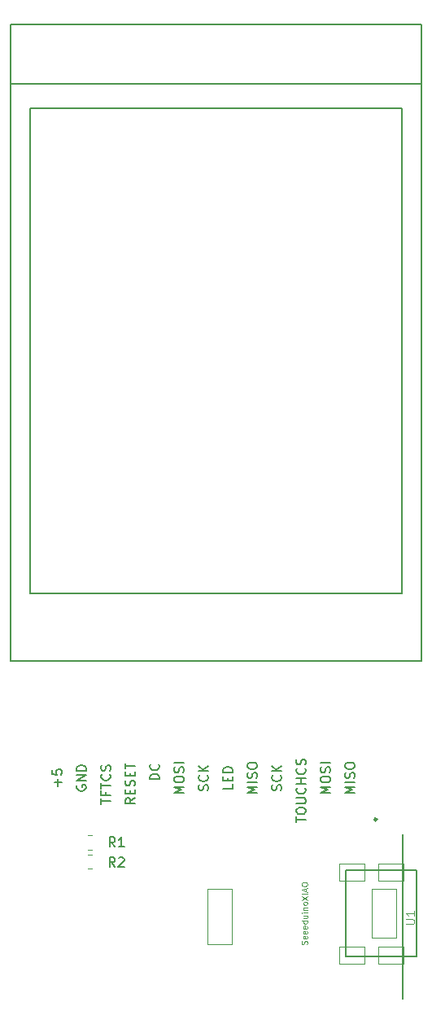
<source format=gbr>
%TF.GenerationSoftware,KiCad,Pcbnew,6.0.2+dfsg-1*%
%TF.CreationDate,2023-03-31T19:08:15-07:00*%
%TF.ProjectId,touchscreen_tester,746f7563-6873-4637-9265-656e5f746573,rev?*%
%TF.SameCoordinates,Original*%
%TF.FileFunction,Legend,Top*%
%TF.FilePolarity,Positive*%
%FSLAX46Y46*%
G04 Gerber Fmt 4.6, Leading zero omitted, Abs format (unit mm)*
G04 Created by KiCad (PCBNEW 6.0.2+dfsg-1) date 2023-03-31 19:08:15*
%MOMM*%
%LPD*%
G01*
G04 APERTURE LIST*
%ADD10C,0.150000*%
%ADD11C,0.101600*%
%ADD12C,0.076200*%
%ADD13C,0.254000*%
%ADD14C,0.066040*%
%ADD15C,0.127000*%
%ADD16C,0.120000*%
G04 APERTURE END LIST*
D10*
X154376380Y-77771428D02*
X153376380Y-77771428D01*
X154090666Y-77438095D01*
X153376380Y-77104761D01*
X154376380Y-77104761D01*
X154376380Y-76628571D02*
X153376380Y-76628571D01*
X154328761Y-76200000D02*
X154376380Y-76057142D01*
X154376380Y-75819047D01*
X154328761Y-75723809D01*
X154281142Y-75676190D01*
X154185904Y-75628571D01*
X154090666Y-75628571D01*
X153995428Y-75676190D01*
X153947809Y-75723809D01*
X153900190Y-75819047D01*
X153852571Y-76009523D01*
X153804952Y-76104761D01*
X153757333Y-76152380D01*
X153662095Y-76200000D01*
X153566857Y-76200000D01*
X153471619Y-76152380D01*
X153424000Y-76104761D01*
X153376380Y-76009523D01*
X153376380Y-75771428D01*
X153424000Y-75628571D01*
X153376380Y-75009523D02*
X153376380Y-74819047D01*
X153424000Y-74723809D01*
X153519238Y-74628571D01*
X153709714Y-74580952D01*
X154043047Y-74580952D01*
X154233523Y-74628571D01*
X154328761Y-74723809D01*
X154376380Y-74819047D01*
X154376380Y-75009523D01*
X154328761Y-75104761D01*
X154233523Y-75200000D01*
X154043047Y-75247619D01*
X153709714Y-75247619D01*
X153519238Y-75200000D01*
X153424000Y-75104761D01*
X153376380Y-75009523D01*
X148296380Y-80803333D02*
X148296380Y-80231904D01*
X149296380Y-80517619D02*
X148296380Y-80517619D01*
X148296380Y-79708095D02*
X148296380Y-79517619D01*
X148344000Y-79422380D01*
X148439238Y-79327142D01*
X148629714Y-79279523D01*
X148963047Y-79279523D01*
X149153523Y-79327142D01*
X149248761Y-79422380D01*
X149296380Y-79517619D01*
X149296380Y-79708095D01*
X149248761Y-79803333D01*
X149153523Y-79898571D01*
X148963047Y-79946190D01*
X148629714Y-79946190D01*
X148439238Y-79898571D01*
X148344000Y-79803333D01*
X148296380Y-79708095D01*
X148296380Y-78850952D02*
X149105904Y-78850952D01*
X149201142Y-78803333D01*
X149248761Y-78755714D01*
X149296380Y-78660476D01*
X149296380Y-78470000D01*
X149248761Y-78374761D01*
X149201142Y-78327142D01*
X149105904Y-78279523D01*
X148296380Y-78279523D01*
X149201142Y-77231904D02*
X149248761Y-77279523D01*
X149296380Y-77422380D01*
X149296380Y-77517619D01*
X149248761Y-77660476D01*
X149153523Y-77755714D01*
X149058285Y-77803333D01*
X148867809Y-77850952D01*
X148724952Y-77850952D01*
X148534476Y-77803333D01*
X148439238Y-77755714D01*
X148344000Y-77660476D01*
X148296380Y-77517619D01*
X148296380Y-77422380D01*
X148344000Y-77279523D01*
X148391619Y-77231904D01*
X149296380Y-76803333D02*
X148296380Y-76803333D01*
X148772571Y-76803333D02*
X148772571Y-76231904D01*
X149296380Y-76231904D02*
X148296380Y-76231904D01*
X149201142Y-75184285D02*
X149248761Y-75231904D01*
X149296380Y-75374761D01*
X149296380Y-75470000D01*
X149248761Y-75612857D01*
X149153523Y-75708095D01*
X149058285Y-75755714D01*
X148867809Y-75803333D01*
X148724952Y-75803333D01*
X148534476Y-75755714D01*
X148439238Y-75708095D01*
X148344000Y-75612857D01*
X148296380Y-75470000D01*
X148296380Y-75374761D01*
X148344000Y-75231904D01*
X148391619Y-75184285D01*
X149248761Y-74803333D02*
X149296380Y-74660476D01*
X149296380Y-74422380D01*
X149248761Y-74327142D01*
X149201142Y-74279523D01*
X149105904Y-74231904D01*
X149010666Y-74231904D01*
X148915428Y-74279523D01*
X148867809Y-74327142D01*
X148820190Y-74422380D01*
X148772571Y-74612857D01*
X148724952Y-74708095D01*
X148677333Y-74755714D01*
X148582095Y-74803333D01*
X148486857Y-74803333D01*
X148391619Y-74755714D01*
X148344000Y-74708095D01*
X148296380Y-74612857D01*
X148296380Y-74374761D01*
X148344000Y-74231904D01*
X146708761Y-77485714D02*
X146756380Y-77342857D01*
X146756380Y-77104761D01*
X146708761Y-77009523D01*
X146661142Y-76961904D01*
X146565904Y-76914285D01*
X146470666Y-76914285D01*
X146375428Y-76961904D01*
X146327809Y-77009523D01*
X146280190Y-77104761D01*
X146232571Y-77295238D01*
X146184952Y-77390476D01*
X146137333Y-77438095D01*
X146042095Y-77485714D01*
X145946857Y-77485714D01*
X145851619Y-77438095D01*
X145804000Y-77390476D01*
X145756380Y-77295238D01*
X145756380Y-77057142D01*
X145804000Y-76914285D01*
X146661142Y-75914285D02*
X146708761Y-75961904D01*
X146756380Y-76104761D01*
X146756380Y-76200000D01*
X146708761Y-76342857D01*
X146613523Y-76438095D01*
X146518285Y-76485714D01*
X146327809Y-76533333D01*
X146184952Y-76533333D01*
X145994476Y-76485714D01*
X145899238Y-76438095D01*
X145804000Y-76342857D01*
X145756380Y-76200000D01*
X145756380Y-76104761D01*
X145804000Y-75961904D01*
X145851619Y-75914285D01*
X146756380Y-75485714D02*
X145756380Y-75485714D01*
X146756380Y-74914285D02*
X146184952Y-75342857D01*
X145756380Y-74914285D02*
X146327809Y-75485714D01*
X144216380Y-77771428D02*
X143216380Y-77771428D01*
X143930666Y-77438095D01*
X143216380Y-77104761D01*
X144216380Y-77104761D01*
X144216380Y-76628571D02*
X143216380Y-76628571D01*
X144168761Y-76200000D02*
X144216380Y-76057142D01*
X144216380Y-75819047D01*
X144168761Y-75723809D01*
X144121142Y-75676190D01*
X144025904Y-75628571D01*
X143930666Y-75628571D01*
X143835428Y-75676190D01*
X143787809Y-75723809D01*
X143740190Y-75819047D01*
X143692571Y-76009523D01*
X143644952Y-76104761D01*
X143597333Y-76152380D01*
X143502095Y-76200000D01*
X143406857Y-76200000D01*
X143311619Y-76152380D01*
X143264000Y-76104761D01*
X143216380Y-76009523D01*
X143216380Y-75771428D01*
X143264000Y-75628571D01*
X143216380Y-75009523D02*
X143216380Y-74819047D01*
X143264000Y-74723809D01*
X143359238Y-74628571D01*
X143549714Y-74580952D01*
X143883047Y-74580952D01*
X144073523Y-74628571D01*
X144168761Y-74723809D01*
X144216380Y-74819047D01*
X144216380Y-75009523D01*
X144168761Y-75104761D01*
X144073523Y-75200000D01*
X143883047Y-75247619D01*
X143549714Y-75247619D01*
X143359238Y-75200000D01*
X143264000Y-75104761D01*
X143216380Y-75009523D01*
X141676380Y-76842857D02*
X141676380Y-77319047D01*
X140676380Y-77319047D01*
X141152571Y-76509523D02*
X141152571Y-76176190D01*
X141676380Y-76033333D02*
X141676380Y-76509523D01*
X140676380Y-76509523D01*
X140676380Y-76033333D01*
X141676380Y-75604761D02*
X140676380Y-75604761D01*
X140676380Y-75366666D01*
X140724000Y-75223809D01*
X140819238Y-75128571D01*
X140914476Y-75080952D01*
X141104952Y-75033333D01*
X141247809Y-75033333D01*
X141438285Y-75080952D01*
X141533523Y-75128571D01*
X141628761Y-75223809D01*
X141676380Y-75366666D01*
X141676380Y-75604761D01*
X139088761Y-77485714D02*
X139136380Y-77342857D01*
X139136380Y-77104761D01*
X139088761Y-77009523D01*
X139041142Y-76961904D01*
X138945904Y-76914285D01*
X138850666Y-76914285D01*
X138755428Y-76961904D01*
X138707809Y-77009523D01*
X138660190Y-77104761D01*
X138612571Y-77295238D01*
X138564952Y-77390476D01*
X138517333Y-77438095D01*
X138422095Y-77485714D01*
X138326857Y-77485714D01*
X138231619Y-77438095D01*
X138184000Y-77390476D01*
X138136380Y-77295238D01*
X138136380Y-77057142D01*
X138184000Y-76914285D01*
X139041142Y-75914285D02*
X139088761Y-75961904D01*
X139136380Y-76104761D01*
X139136380Y-76200000D01*
X139088761Y-76342857D01*
X138993523Y-76438095D01*
X138898285Y-76485714D01*
X138707809Y-76533333D01*
X138564952Y-76533333D01*
X138374476Y-76485714D01*
X138279238Y-76438095D01*
X138184000Y-76342857D01*
X138136380Y-76200000D01*
X138136380Y-76104761D01*
X138184000Y-75961904D01*
X138231619Y-75914285D01*
X139136380Y-75485714D02*
X138136380Y-75485714D01*
X139136380Y-74914285D02*
X138564952Y-75342857D01*
X138136380Y-74914285D02*
X138707809Y-75485714D01*
X151836380Y-77771428D02*
X150836380Y-77771428D01*
X151550666Y-77438095D01*
X150836380Y-77104761D01*
X151836380Y-77104761D01*
X150836380Y-76438095D02*
X150836380Y-76247619D01*
X150884000Y-76152380D01*
X150979238Y-76057142D01*
X151169714Y-76009523D01*
X151503047Y-76009523D01*
X151693523Y-76057142D01*
X151788761Y-76152380D01*
X151836380Y-76247619D01*
X151836380Y-76438095D01*
X151788761Y-76533333D01*
X151693523Y-76628571D01*
X151503047Y-76676190D01*
X151169714Y-76676190D01*
X150979238Y-76628571D01*
X150884000Y-76533333D01*
X150836380Y-76438095D01*
X151788761Y-75628571D02*
X151836380Y-75485714D01*
X151836380Y-75247619D01*
X151788761Y-75152380D01*
X151741142Y-75104761D01*
X151645904Y-75057142D01*
X151550666Y-75057142D01*
X151455428Y-75104761D01*
X151407809Y-75152380D01*
X151360190Y-75247619D01*
X151312571Y-75438095D01*
X151264952Y-75533333D01*
X151217333Y-75580952D01*
X151122095Y-75628571D01*
X151026857Y-75628571D01*
X150931619Y-75580952D01*
X150884000Y-75533333D01*
X150836380Y-75438095D01*
X150836380Y-75200000D01*
X150884000Y-75057142D01*
X151836380Y-74628571D02*
X150836380Y-74628571D01*
X136596380Y-77771428D02*
X135596380Y-77771428D01*
X136310666Y-77438095D01*
X135596380Y-77104761D01*
X136596380Y-77104761D01*
X135596380Y-76438095D02*
X135596380Y-76247619D01*
X135644000Y-76152380D01*
X135739238Y-76057142D01*
X135929714Y-76009523D01*
X136263047Y-76009523D01*
X136453523Y-76057142D01*
X136548761Y-76152380D01*
X136596380Y-76247619D01*
X136596380Y-76438095D01*
X136548761Y-76533333D01*
X136453523Y-76628571D01*
X136263047Y-76676190D01*
X135929714Y-76676190D01*
X135739238Y-76628571D01*
X135644000Y-76533333D01*
X135596380Y-76438095D01*
X136548761Y-75628571D02*
X136596380Y-75485714D01*
X136596380Y-75247619D01*
X136548761Y-75152380D01*
X136501142Y-75104761D01*
X136405904Y-75057142D01*
X136310666Y-75057142D01*
X136215428Y-75104761D01*
X136167809Y-75152380D01*
X136120190Y-75247619D01*
X136072571Y-75438095D01*
X136024952Y-75533333D01*
X135977333Y-75580952D01*
X135882095Y-75628571D01*
X135786857Y-75628571D01*
X135691619Y-75580952D01*
X135644000Y-75533333D01*
X135596380Y-75438095D01*
X135596380Y-75200000D01*
X135644000Y-75057142D01*
X136596380Y-74628571D02*
X135596380Y-74628571D01*
X123515428Y-77057142D02*
X123515428Y-76295238D01*
X123896380Y-76676190D02*
X123134476Y-76676190D01*
X122896380Y-75342857D02*
X122896380Y-75819047D01*
X123372571Y-75866666D01*
X123324952Y-75819047D01*
X123277333Y-75723809D01*
X123277333Y-75485714D01*
X123324952Y-75390476D01*
X123372571Y-75342857D01*
X123467809Y-75295238D01*
X123705904Y-75295238D01*
X123801142Y-75342857D01*
X123848761Y-75390476D01*
X123896380Y-75485714D01*
X123896380Y-75723809D01*
X123848761Y-75819047D01*
X123801142Y-75866666D01*
X134056380Y-76326904D02*
X133056380Y-76326904D01*
X133056380Y-76088809D01*
X133104000Y-75945952D01*
X133199238Y-75850714D01*
X133294476Y-75803095D01*
X133484952Y-75755476D01*
X133627809Y-75755476D01*
X133818285Y-75803095D01*
X133913523Y-75850714D01*
X134008761Y-75945952D01*
X134056380Y-76088809D01*
X134056380Y-76326904D01*
X133961142Y-74755476D02*
X134008761Y-74803095D01*
X134056380Y-74945952D01*
X134056380Y-75041190D01*
X134008761Y-75184047D01*
X133913523Y-75279285D01*
X133818285Y-75326904D01*
X133627809Y-75374523D01*
X133484952Y-75374523D01*
X133294476Y-75326904D01*
X133199238Y-75279285D01*
X133104000Y-75184047D01*
X133056380Y-75041190D01*
X133056380Y-74945952D01*
X133104000Y-74803095D01*
X133151619Y-74755476D01*
X131516380Y-78287380D02*
X131040190Y-78620714D01*
X131516380Y-78858809D02*
X130516380Y-78858809D01*
X130516380Y-78477857D01*
X130564000Y-78382619D01*
X130611619Y-78335000D01*
X130706857Y-78287380D01*
X130849714Y-78287380D01*
X130944952Y-78335000D01*
X130992571Y-78382619D01*
X131040190Y-78477857D01*
X131040190Y-78858809D01*
X130992571Y-77858809D02*
X130992571Y-77525476D01*
X131516380Y-77382619D02*
X131516380Y-77858809D01*
X130516380Y-77858809D01*
X130516380Y-77382619D01*
X131468761Y-77001666D02*
X131516380Y-76858809D01*
X131516380Y-76620714D01*
X131468761Y-76525476D01*
X131421142Y-76477857D01*
X131325904Y-76430238D01*
X131230666Y-76430238D01*
X131135428Y-76477857D01*
X131087809Y-76525476D01*
X131040190Y-76620714D01*
X130992571Y-76811190D01*
X130944952Y-76906428D01*
X130897333Y-76954047D01*
X130802095Y-77001666D01*
X130706857Y-77001666D01*
X130611619Y-76954047D01*
X130564000Y-76906428D01*
X130516380Y-76811190D01*
X130516380Y-76573095D01*
X130564000Y-76430238D01*
X130992571Y-76001666D02*
X130992571Y-75668333D01*
X131516380Y-75525476D02*
X131516380Y-76001666D01*
X130516380Y-76001666D01*
X130516380Y-75525476D01*
X130516380Y-75239761D02*
X130516380Y-74668333D01*
X131516380Y-74954047D02*
X130516380Y-74954047D01*
X127976380Y-78906428D02*
X127976380Y-78335000D01*
X128976380Y-78620714D02*
X127976380Y-78620714D01*
X128452571Y-77668333D02*
X128452571Y-78001666D01*
X128976380Y-78001666D02*
X127976380Y-78001666D01*
X127976380Y-77525476D01*
X127976380Y-77287380D02*
X127976380Y-76715952D01*
X128976380Y-77001666D02*
X127976380Y-77001666D01*
X128881142Y-75811190D02*
X128928761Y-75858809D01*
X128976380Y-76001666D01*
X128976380Y-76096904D01*
X128928761Y-76239761D01*
X128833523Y-76335000D01*
X128738285Y-76382619D01*
X128547809Y-76430238D01*
X128404952Y-76430238D01*
X128214476Y-76382619D01*
X128119238Y-76335000D01*
X128024000Y-76239761D01*
X127976380Y-76096904D01*
X127976380Y-76001666D01*
X128024000Y-75858809D01*
X128071619Y-75811190D01*
X128928761Y-75430238D02*
X128976380Y-75287380D01*
X128976380Y-75049285D01*
X128928761Y-74954047D01*
X128881142Y-74906428D01*
X128785904Y-74858809D01*
X128690666Y-74858809D01*
X128595428Y-74906428D01*
X128547809Y-74954047D01*
X128500190Y-75049285D01*
X128452571Y-75239761D01*
X128404952Y-75335000D01*
X128357333Y-75382619D01*
X128262095Y-75430238D01*
X128166857Y-75430238D01*
X128071619Y-75382619D01*
X128024000Y-75335000D01*
X127976380Y-75239761D01*
X127976380Y-75001666D01*
X128024000Y-74858809D01*
X125484000Y-76961904D02*
X125436380Y-77057142D01*
X125436380Y-77200000D01*
X125484000Y-77342857D01*
X125579238Y-77438095D01*
X125674476Y-77485714D01*
X125864952Y-77533333D01*
X126007809Y-77533333D01*
X126198285Y-77485714D01*
X126293523Y-77438095D01*
X126388761Y-77342857D01*
X126436380Y-77200000D01*
X126436380Y-77104761D01*
X126388761Y-76961904D01*
X126341142Y-76914285D01*
X126007809Y-76914285D01*
X126007809Y-77104761D01*
X126436380Y-76485714D02*
X125436380Y-76485714D01*
X126436380Y-75914285D01*
X125436380Y-75914285D01*
X126436380Y-75438095D02*
X125436380Y-75438095D01*
X125436380Y-75200000D01*
X125484000Y-75057142D01*
X125579238Y-74961904D01*
X125674476Y-74914285D01*
X125864952Y-74866666D01*
X126007809Y-74866666D01*
X126198285Y-74914285D01*
X126293523Y-74961904D01*
X126388761Y-75057142D01*
X126436380Y-75200000D01*
X126436380Y-75438095D01*
D11*
%TO.C,U1*%
X159675356Y-91397423D02*
X160395023Y-91397423D01*
X160479690Y-91355090D01*
X160522023Y-91312756D01*
X160564356Y-91228090D01*
X160564356Y-91058756D01*
X160522023Y-90974090D01*
X160479690Y-90931756D01*
X160395023Y-90889423D01*
X159675356Y-90889423D01*
X160564356Y-90000423D02*
X160564356Y-90508423D01*
X160564356Y-90254423D02*
X159675356Y-90254423D01*
X159802356Y-90339090D01*
X159887023Y-90423756D01*
X159929356Y-90508423D01*
D12*
X149423432Y-93497761D02*
X149452461Y-93410675D01*
X149452461Y-93265532D01*
X149423432Y-93207475D01*
X149394404Y-93178447D01*
X149336347Y-93149418D01*
X149278290Y-93149418D01*
X149220232Y-93178447D01*
X149191204Y-93207475D01*
X149162175Y-93265532D01*
X149133147Y-93381647D01*
X149104118Y-93439704D01*
X149075090Y-93468732D01*
X149017032Y-93497761D01*
X148958975Y-93497761D01*
X148900918Y-93468732D01*
X148871890Y-93439704D01*
X148842861Y-93381647D01*
X148842861Y-93236504D01*
X148871890Y-93149418D01*
X149423432Y-92655932D02*
X149452461Y-92713990D01*
X149452461Y-92830104D01*
X149423432Y-92888161D01*
X149365375Y-92917190D01*
X149133147Y-92917190D01*
X149075090Y-92888161D01*
X149046061Y-92830104D01*
X149046061Y-92713990D01*
X149075090Y-92655932D01*
X149133147Y-92626904D01*
X149191204Y-92626904D01*
X149249261Y-92917190D01*
X149423432Y-92133418D02*
X149452461Y-92191475D01*
X149452461Y-92307590D01*
X149423432Y-92365647D01*
X149365375Y-92394675D01*
X149133147Y-92394675D01*
X149075090Y-92365647D01*
X149046061Y-92307590D01*
X149046061Y-92191475D01*
X149075090Y-92133418D01*
X149133147Y-92104390D01*
X149191204Y-92104390D01*
X149249261Y-92394675D01*
X149423432Y-91610904D02*
X149452461Y-91668961D01*
X149452461Y-91785075D01*
X149423432Y-91843132D01*
X149365375Y-91872161D01*
X149133147Y-91872161D01*
X149075090Y-91843132D01*
X149046061Y-91785075D01*
X149046061Y-91668961D01*
X149075090Y-91610904D01*
X149133147Y-91581875D01*
X149191204Y-91581875D01*
X149249261Y-91872161D01*
X149452461Y-91059361D02*
X148842861Y-91059361D01*
X149423432Y-91059361D02*
X149452461Y-91117418D01*
X149452461Y-91233532D01*
X149423432Y-91291590D01*
X149394404Y-91320618D01*
X149336347Y-91349647D01*
X149162175Y-91349647D01*
X149104118Y-91320618D01*
X149075090Y-91291590D01*
X149046061Y-91233532D01*
X149046061Y-91117418D01*
X149075090Y-91059361D01*
X149046061Y-90507818D02*
X149452461Y-90507818D01*
X149046061Y-90769075D02*
X149365375Y-90769075D01*
X149423432Y-90740047D01*
X149452461Y-90681990D01*
X149452461Y-90594904D01*
X149423432Y-90536847D01*
X149394404Y-90507818D01*
X149452461Y-90217532D02*
X149046061Y-90217532D01*
X148842861Y-90217532D02*
X148871890Y-90246561D01*
X148900918Y-90217532D01*
X148871890Y-90188504D01*
X148842861Y-90217532D01*
X148900918Y-90217532D01*
X149046061Y-89927247D02*
X149452461Y-89927247D01*
X149104118Y-89927247D02*
X149075090Y-89898218D01*
X149046061Y-89840161D01*
X149046061Y-89753075D01*
X149075090Y-89695018D01*
X149133147Y-89665990D01*
X149452461Y-89665990D01*
X149452461Y-89288618D02*
X149423432Y-89346675D01*
X149394404Y-89375704D01*
X149336347Y-89404732D01*
X149162175Y-89404732D01*
X149104118Y-89375704D01*
X149075090Y-89346675D01*
X149046061Y-89288618D01*
X149046061Y-89201532D01*
X149075090Y-89143475D01*
X149104118Y-89114447D01*
X149162175Y-89085418D01*
X149336347Y-89085418D01*
X149394404Y-89114447D01*
X149423432Y-89143475D01*
X149452461Y-89201532D01*
X149452461Y-89288618D01*
X148842861Y-88882218D02*
X149452461Y-88475818D01*
X148842861Y-88475818D02*
X149452461Y-88882218D01*
X149452461Y-88243590D02*
X148842861Y-88243590D01*
X149278290Y-87982332D02*
X149278290Y-87692047D01*
X149452461Y-88040390D02*
X148842861Y-87837190D01*
X149452461Y-87633990D01*
X148842861Y-87314675D02*
X148842861Y-87198561D01*
X148871890Y-87140504D01*
X148929947Y-87082447D01*
X149046061Y-87053418D01*
X149249261Y-87053418D01*
X149365375Y-87082447D01*
X149423432Y-87140504D01*
X149452461Y-87198561D01*
X149452461Y-87314675D01*
X149423432Y-87372732D01*
X149365375Y-87430790D01*
X149249261Y-87459818D01*
X149046061Y-87459818D01*
X148929947Y-87430790D01*
X148871890Y-87372732D01*
X148842861Y-87314675D01*
D10*
%TO.C,R2*%
X129433333Y-85452380D02*
X129100000Y-84976190D01*
X128861904Y-85452380D02*
X128861904Y-84452380D01*
X129242857Y-84452380D01*
X129338095Y-84500000D01*
X129385714Y-84547619D01*
X129433333Y-84642857D01*
X129433333Y-84785714D01*
X129385714Y-84880952D01*
X129338095Y-84928571D01*
X129242857Y-84976190D01*
X128861904Y-84976190D01*
X129814285Y-84547619D02*
X129861904Y-84500000D01*
X129957142Y-84452380D01*
X130195238Y-84452380D01*
X130290476Y-84500000D01*
X130338095Y-84547619D01*
X130385714Y-84642857D01*
X130385714Y-84738095D01*
X130338095Y-84880952D01*
X129766666Y-85452380D01*
X130385714Y-85452380D01*
%TO.C,R1*%
X129433333Y-83352380D02*
X129100000Y-82876190D01*
X128861904Y-83352380D02*
X128861904Y-82352380D01*
X129242857Y-82352380D01*
X129338095Y-82400000D01*
X129385714Y-82447619D01*
X129433333Y-82542857D01*
X129433333Y-82685714D01*
X129385714Y-82780952D01*
X129338095Y-82828571D01*
X129242857Y-82876190D01*
X128861904Y-82876190D01*
X130385714Y-83352380D02*
X129814285Y-83352380D01*
X130100000Y-83352380D02*
X130100000Y-82352380D01*
X130004761Y-82495238D01*
X129909523Y-82590476D01*
X129814285Y-82638095D01*
%TO.C,U1*%
D13*
X156669690Y-80496590D02*
G75*
G03*
X156669690Y-80496590I-127000J0D01*
G01*
D14*
X156796690Y-93704590D02*
X159463690Y-93704590D01*
X152730150Y-85068590D02*
X155399690Y-85068590D01*
X141556690Y-87735590D02*
X141556690Y-93450590D01*
X156796690Y-86846590D02*
X159463690Y-86846590D01*
D15*
X153451510Y-94779010D02*
X153451510Y-85779790D01*
D14*
X159463690Y-85068590D02*
X159463690Y-86846590D01*
X156796690Y-93704590D02*
X156796690Y-95482590D01*
X139016690Y-93450590D02*
X141556690Y-93450590D01*
X156796690Y-85068590D02*
X156796690Y-86846590D01*
X155399690Y-85068590D02*
X155399690Y-86846590D01*
X156796690Y-95482590D02*
X159463690Y-95482590D01*
X156796690Y-85068590D02*
X159463690Y-85068590D01*
D15*
X159379870Y-99183370D02*
X159379870Y-82056150D01*
D14*
X152730150Y-85068590D02*
X152730150Y-86846590D01*
X156161690Y-87735590D02*
X158701690Y-87735590D01*
X152730150Y-93704590D02*
X155399690Y-93704590D01*
D15*
X160804810Y-85784870D02*
X160804810Y-94779010D01*
D14*
X156161690Y-92815590D02*
X158701690Y-92815590D01*
X152730150Y-95482590D02*
X155399690Y-95482590D01*
X139016690Y-87735590D02*
X139016690Y-93450590D01*
D15*
X153451510Y-85779790D02*
X160804810Y-85779790D01*
X160804810Y-94779010D02*
X153451510Y-94779010D01*
D14*
X152730150Y-93704590D02*
X152730150Y-95482590D01*
X159463690Y-93704590D02*
X159463690Y-95482590D01*
X155399690Y-93704590D02*
X155399690Y-95482590D01*
X156161690Y-87735590D02*
X156161690Y-92815590D01*
X158701690Y-87735590D02*
X158701690Y-92815590D01*
X152730150Y-86846590D02*
X155399690Y-86846590D01*
X139016690Y-87735590D02*
X141556690Y-87735590D01*
D15*
%TO.C,U2*%
X118600000Y-4001920D02*
X118600000Y2177900D01*
X161317720Y-4001920D02*
X161317720Y2177900D01*
X120598980Y-57001560D02*
X159318740Y-57001560D01*
X118600000Y-4001920D02*
X161317720Y-4001920D01*
X120598980Y-57001560D02*
X120598980Y-6501280D01*
X159318740Y-57001560D02*
X159318740Y-6501280D01*
X118600000Y-64001800D02*
X161317720Y-64001800D01*
X161317720Y-64001800D02*
X161317720Y-4001920D01*
X118600000Y-64001800D02*
X118600000Y-4001920D01*
X120598980Y-6501280D02*
X159318740Y-6501280D01*
X118600000Y2177900D02*
X161317720Y2177900D01*
D16*
%TO.C,R2*%
X127027064Y-82165000D02*
X126572936Y-82165000D01*
X127027064Y-83635000D02*
X126572936Y-83635000D01*
%TO.C,R1*%
X126572936Y-84165000D02*
X127027064Y-84165000D01*
X126572936Y-85635000D02*
X127027064Y-85635000D01*
%TD*%
M02*

</source>
